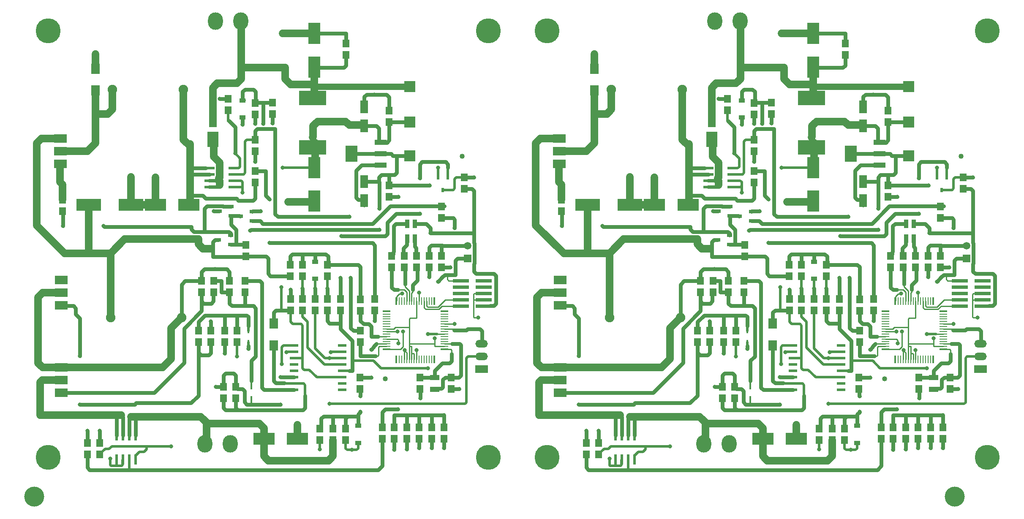
<source format=gtl>
G04*
G04 #@! TF.GenerationSoftware,Altium Limited,Altium Designer,23.3.1 (30)*
G04*
G04 Layer_Physical_Order=1*
G04 Layer_Color=255*
%FSLAX25Y25*%
%MOIN*%
G70*
G04*
G04 #@! TF.SameCoordinates,731DBA42-33AF-4731-BD85-8EC7A1DC1BC3*
G04*
G04*
G04 #@! TF.FilePolarity,Positive*
G04*
G01*
G75*
%ADD10R,0.13000X0.02900*%
%ADD11R,0.09252X0.16535*%
%ADD12R,0.16535X0.09252*%
%ADD13R,0.19291X0.09252*%
%ADD14R,0.05600X0.06000*%
%ADD15R,0.21260X0.11417*%
%ADD16R,0.06299X0.10236*%
%ADD17R,0.04724X0.03543*%
%ADD18R,0.03937X0.03150*%
%ADD19R,0.01102X0.06496*%
%ADD20R,0.01575X0.06496*%
%ADD21R,0.06496X0.01575*%
%ADD22R,0.06496X0.01102*%
%ADD23R,0.02362X0.08465*%
%ADD24R,0.08465X0.02362*%
%ADD25R,0.05984X0.05906*%
%ADD26R,0.08661X0.12205*%
%ADD27R,0.09449X0.12992*%
%ADD28R,0.09449X0.03937*%
%ADD29R,0.07480X0.04331*%
%ADD30R,0.06890X0.02362*%
%ADD31R,0.03543X0.07087*%
%ADD32R,0.07087X0.08268*%
%ADD33R,0.01772X0.03740*%
%ADD34R,0.02362X0.03740*%
%ADD35C,0.03000*%
%ADD36C,0.01000*%
%ADD37C,0.01100*%
%ADD38C,0.06000*%
%ADD39C,0.05000*%
%ADD40C,0.02000*%
%ADD41C,0.02500*%
%ADD42C,0.01200*%
%ADD43C,0.15748*%
%ADD44C,0.07500*%
%ADD45C,0.19685*%
%ADD46R,0.09055X0.09055*%
%ADD47R,0.09055X0.09055*%
%ADD48C,0.04000*%
%ADD49O,0.11811X0.13780*%
%ADD50R,0.09843X0.05906*%
%ADD51O,0.09843X0.05906*%
%ADD52C,0.05906*%
%ADD53R,0.05906X0.05906*%
%ADD54R,0.09843X0.07000*%
%ADD55C,0.03200*%
D10*
X749836Y155643D02*
D03*
X767836D02*
D03*
X749836Y150643D02*
D03*
X767836D02*
D03*
X749836Y145643D02*
D03*
X767836D02*
D03*
X749836Y140643D02*
D03*
X767836D02*
D03*
X749836Y135643D02*
D03*
X767836D02*
D03*
X356135Y155643D02*
D03*
X374135D02*
D03*
X356135Y150643D02*
D03*
X374135D02*
D03*
X356135Y145643D02*
D03*
X374135D02*
D03*
X356135Y140643D02*
D03*
X374135D02*
D03*
X356135Y135643D02*
D03*
X374135D02*
D03*
D11*
X634328Y324285D02*
D03*
Y350859D02*
D03*
Y245052D02*
D03*
Y218477D02*
D03*
X240627Y324285D02*
D03*
Y350859D02*
D03*
Y245052D02*
D03*
Y218477D02*
D03*
D12*
X508836Y215525D02*
D03*
X535411D02*
D03*
X594466Y30977D02*
D03*
X621041D02*
D03*
X115135Y215525D02*
D03*
X141710D02*
D03*
X200765Y30977D02*
D03*
X227340D02*
D03*
D13*
X489446Y215525D02*
D03*
X456375D02*
D03*
X95745D02*
D03*
X62674D02*
D03*
D14*
X601356Y296304D02*
D03*
Y287304D02*
D03*
X587576Y286812D02*
D03*
Y295812D02*
D03*
X693383Y280907D02*
D03*
Y289907D02*
D03*
Y221851D02*
D03*
Y230852D02*
D03*
X752438Y237249D02*
D03*
Y228249D02*
D03*
X734722Y205119D02*
D03*
Y214119D02*
D03*
X670253Y70277D02*
D03*
Y79277D02*
D03*
X670745Y131792D02*
D03*
Y140792D02*
D03*
X615135Y159351D02*
D03*
Y168351D02*
D03*
X644663Y168351D02*
D03*
Y159352D02*
D03*
X624978Y168351D02*
D03*
Y159351D02*
D03*
X566415Y290257D02*
D03*
Y299257D02*
D03*
X580194Y175100D02*
D03*
Y184099D02*
D03*
X455194Y27603D02*
D03*
Y18603D02*
D03*
X465037Y27603D02*
D03*
Y18603D02*
D03*
X587576Y257777D02*
D03*
Y266777D02*
D03*
X587576Y233170D02*
D03*
Y242170D02*
D03*
X670745Y116186D02*
D03*
Y107186D02*
D03*
X659426Y343056D02*
D03*
Y334056D02*
D03*
X638757Y29922D02*
D03*
Y38922D02*
D03*
X658934Y29922D02*
D03*
Y38922D02*
D03*
X649092D02*
D03*
Y29922D02*
D03*
X563462Y107186D02*
D03*
Y116186D02*
D03*
X573305Y107186D02*
D03*
Y116186D02*
D03*
X682064Y132284D02*
D03*
Y141285D02*
D03*
X717497Y70277D02*
D03*
Y79277D02*
D03*
X705194Y175241D02*
D03*
Y166241D02*
D03*
X695352D02*
D03*
Y175241D02*
D03*
X715037Y166241D02*
D03*
Y175241D02*
D03*
X724879D02*
D03*
Y166241D02*
D03*
X542793Y107186D02*
D03*
Y116186D02*
D03*
X736690Y30907D02*
D03*
Y39907D02*
D03*
X742104Y79277D02*
D03*
Y70277D02*
D03*
X734722Y175241D02*
D03*
Y166241D02*
D03*
X697320Y30907D02*
D03*
Y39907D02*
D03*
X717005Y30907D02*
D03*
Y39907D02*
D03*
X707163Y30907D02*
D03*
Y39907D02*
D03*
X726848D02*
D03*
Y30907D02*
D03*
X654997Y141285D02*
D03*
Y132284D02*
D03*
X615627D02*
D03*
Y141285D02*
D03*
X644663D02*
D03*
Y132284D02*
D03*
X624978Y141285D02*
D03*
Y132284D02*
D03*
X634820D02*
D03*
Y141285D02*
D03*
X687970Y39907D02*
D03*
Y30907D02*
D03*
X435509Y210533D02*
D03*
Y219533D02*
D03*
X579702Y146556D02*
D03*
Y155556D02*
D03*
X567399D02*
D03*
Y146556D02*
D03*
X552635Y116186D02*
D03*
Y107186D02*
D03*
X555096Y146556D02*
D03*
Y155556D02*
D03*
X572320Y71895D02*
D03*
Y62895D02*
D03*
X562478Y71895D02*
D03*
Y62895D02*
D03*
X545253Y155556D02*
D03*
Y146556D02*
D03*
X207655Y296304D02*
D03*
Y287304D02*
D03*
X193875Y286812D02*
D03*
Y295812D02*
D03*
X299682Y280907D02*
D03*
Y289907D02*
D03*
Y221851D02*
D03*
Y230852D02*
D03*
X358737Y237249D02*
D03*
Y228249D02*
D03*
X341021Y205119D02*
D03*
Y214119D02*
D03*
X276553Y70277D02*
D03*
Y79277D02*
D03*
X277045Y131792D02*
D03*
Y140792D02*
D03*
X221434Y159351D02*
D03*
Y168351D02*
D03*
X250962Y168351D02*
D03*
Y159352D02*
D03*
X231277Y168351D02*
D03*
Y159351D02*
D03*
X172714Y290257D02*
D03*
Y299257D02*
D03*
X186493Y175100D02*
D03*
Y184099D02*
D03*
X61493Y27603D02*
D03*
Y18603D02*
D03*
X71336Y27603D02*
D03*
Y18603D02*
D03*
X193875Y257777D02*
D03*
Y266777D02*
D03*
X193875Y233170D02*
D03*
Y242170D02*
D03*
X277045Y116186D02*
D03*
Y107186D02*
D03*
X265726Y343056D02*
D03*
Y334056D02*
D03*
X245056Y29922D02*
D03*
Y38922D02*
D03*
X265234Y29922D02*
D03*
Y38922D02*
D03*
X255391D02*
D03*
Y29922D02*
D03*
X169761Y107186D02*
D03*
Y116186D02*
D03*
X179604Y107186D02*
D03*
Y116186D02*
D03*
X288364Y132284D02*
D03*
Y141285D02*
D03*
X323797Y70277D02*
D03*
Y79277D02*
D03*
X311493Y175241D02*
D03*
Y166241D02*
D03*
X301651D02*
D03*
Y175241D02*
D03*
X321336Y166241D02*
D03*
Y175241D02*
D03*
X331178D02*
D03*
Y166241D02*
D03*
X149092Y107186D02*
D03*
Y116186D02*
D03*
X342989Y30907D02*
D03*
Y39907D02*
D03*
X348403Y79277D02*
D03*
Y70277D02*
D03*
X341021Y175241D02*
D03*
Y166241D02*
D03*
X303619Y30907D02*
D03*
Y39907D02*
D03*
X323304Y30907D02*
D03*
Y39907D02*
D03*
X313462Y30907D02*
D03*
Y39907D02*
D03*
X333147D02*
D03*
Y30907D02*
D03*
X261297Y141285D02*
D03*
Y132284D02*
D03*
X221926D02*
D03*
Y141285D02*
D03*
X250962D02*
D03*
Y132284D02*
D03*
X231277Y141285D02*
D03*
Y132284D02*
D03*
X241119D02*
D03*
Y141285D02*
D03*
X294269Y39907D02*
D03*
Y30907D02*
D03*
X41808Y210533D02*
D03*
Y219533D02*
D03*
X186001Y146556D02*
D03*
Y155556D02*
D03*
X173698D02*
D03*
Y146556D02*
D03*
X158934Y116186D02*
D03*
Y107186D02*
D03*
X161395Y146556D02*
D03*
Y155556D02*
D03*
X178619Y71895D02*
D03*
Y62895D02*
D03*
X168777Y71895D02*
D03*
Y62895D02*
D03*
X151552Y155556D02*
D03*
Y146556D02*
D03*
D15*
X632852Y260997D02*
D03*
Y299974D02*
D03*
X239151Y260997D02*
D03*
Y299974D02*
D03*
D16*
X673698Y277926D02*
D03*
Y292887D02*
D03*
Y233832D02*
D03*
Y218871D02*
D03*
X279997Y277926D02*
D03*
Y292887D02*
D03*
Y233832D02*
D03*
Y218871D02*
D03*
D17*
X634820Y157159D02*
D03*
Y170544D02*
D03*
X577734Y284619D02*
D03*
Y298005D02*
D03*
X668777Y27729D02*
D03*
Y41115D02*
D03*
X241119Y157159D02*
D03*
Y170544D02*
D03*
X184033Y284619D02*
D03*
Y298005D02*
D03*
X275076Y27729D02*
D03*
Y41115D02*
D03*
D18*
X558738Y187966D02*
D03*
X568186Y191706D02*
D03*
Y184225D02*
D03*
X568679Y206863D02*
D03*
Y214344D02*
D03*
X559230Y210603D02*
D03*
X575962Y206666D02*
D03*
X585411Y210407D02*
D03*
Y202926D02*
D03*
X165037Y187966D02*
D03*
X174486Y191706D02*
D03*
Y184225D02*
D03*
X174978Y206863D02*
D03*
Y214344D02*
D03*
X165529Y210603D02*
D03*
X182261Y206666D02*
D03*
X191710Y210407D02*
D03*
Y202926D02*
D03*
D19*
X711100Y139540D02*
D03*
X707163D02*
D03*
X701257D02*
D03*
X703226D02*
D03*
X705194D02*
D03*
X709131D02*
D03*
X713068D02*
D03*
X715037D02*
D03*
X717005D02*
D03*
X718974D02*
D03*
X720942D02*
D03*
X722911D02*
D03*
X724879D02*
D03*
X726848D02*
D03*
Y93674D02*
D03*
X724879D02*
D03*
X722911D02*
D03*
X720942D02*
D03*
X718974D02*
D03*
X717005D02*
D03*
X715037D02*
D03*
X713068D02*
D03*
X711100D02*
D03*
X709131D02*
D03*
X707163D02*
D03*
X705194D02*
D03*
X703226D02*
D03*
X701257D02*
D03*
X317399Y139540D02*
D03*
X313462D02*
D03*
X307556D02*
D03*
X309525D02*
D03*
X311493D02*
D03*
X315430D02*
D03*
X319368D02*
D03*
X321336D02*
D03*
X323305D02*
D03*
X325273D02*
D03*
X327241D02*
D03*
X329210D02*
D03*
X331178D02*
D03*
X333147D02*
D03*
Y93674D02*
D03*
X331178D02*
D03*
X329210D02*
D03*
X327241D02*
D03*
X325273D02*
D03*
X323305D02*
D03*
X321336D02*
D03*
X319368D02*
D03*
X317399D02*
D03*
X315430D02*
D03*
X313462D02*
D03*
X311493D02*
D03*
X309525D02*
D03*
X307556D02*
D03*
D20*
X699052Y139540D02*
D03*
X729052D02*
D03*
Y93674D02*
D03*
X699052D02*
D03*
X305352Y139540D02*
D03*
X335352D02*
D03*
Y93674D02*
D03*
X305352D02*
D03*
D21*
X736986Y131607D02*
D03*
Y101607D02*
D03*
X691119D02*
D03*
Y131607D02*
D03*
X343285D02*
D03*
Y101607D02*
D03*
X297419D02*
D03*
Y131607D02*
D03*
D22*
X736986Y129403D02*
D03*
Y127434D02*
D03*
Y125466D02*
D03*
Y123497D02*
D03*
Y121529D02*
D03*
Y119560D02*
D03*
Y117592D02*
D03*
Y115623D02*
D03*
Y113655D02*
D03*
Y111686D02*
D03*
Y109718D02*
D03*
Y107749D02*
D03*
Y105781D02*
D03*
Y103812D02*
D03*
X691119D02*
D03*
Y105781D02*
D03*
Y107749D02*
D03*
Y109718D02*
D03*
Y111686D02*
D03*
Y113655D02*
D03*
Y115623D02*
D03*
Y117592D02*
D03*
Y119560D02*
D03*
Y121529D02*
D03*
Y123497D02*
D03*
Y125466D02*
D03*
Y127434D02*
D03*
Y129403D02*
D03*
X343285D02*
D03*
Y127434D02*
D03*
Y125466D02*
D03*
Y123497D02*
D03*
Y121529D02*
D03*
Y119560D02*
D03*
Y117592D02*
D03*
Y115623D02*
D03*
Y113655D02*
D03*
Y111686D02*
D03*
Y109718D02*
D03*
Y107749D02*
D03*
Y105781D02*
D03*
Y103812D02*
D03*
X297419D02*
D03*
Y105781D02*
D03*
Y107749D02*
D03*
Y109718D02*
D03*
Y111686D02*
D03*
Y113655D02*
D03*
Y115623D02*
D03*
Y117592D02*
D03*
Y119560D02*
D03*
Y121529D02*
D03*
Y123497D02*
D03*
Y125466D02*
D03*
Y127434D02*
D03*
Y129403D02*
D03*
D23*
X493206Y14540D02*
D03*
Y33635D02*
D03*
X488206D02*
D03*
X483206D02*
D03*
X478206D02*
D03*
X488206Y14540D02*
D03*
X483206D02*
D03*
X478206D02*
D03*
X99505D02*
D03*
Y33635D02*
D03*
X94505D02*
D03*
X89505D02*
D03*
X84505D02*
D03*
X94505Y14540D02*
D03*
X89505D02*
D03*
X84505D02*
D03*
D24*
X551454Y244678D02*
D03*
Y239678D02*
D03*
Y234678D02*
D03*
Y229678D02*
D03*
X570549Y244678D02*
D03*
Y239678D02*
D03*
Y234678D02*
D03*
Y229678D02*
D03*
X157753Y244678D02*
D03*
Y239678D02*
D03*
Y234678D02*
D03*
Y229678D02*
D03*
X176848Y244678D02*
D03*
Y239678D02*
D03*
Y234678D02*
D03*
Y229678D02*
D03*
D25*
X554111Y280032D02*
D03*
X160411D02*
D03*
D26*
X554111Y267355D02*
D03*
X160411D02*
D03*
D27*
X663757Y255879D02*
D03*
X270056D02*
D03*
D28*
X686592Y264934D02*
D03*
Y255879D02*
D03*
Y246824D02*
D03*
X292891Y264934D02*
D03*
Y255879D02*
D03*
Y246824D02*
D03*
D29*
X729308Y69855D02*
D03*
Y79304D02*
D03*
X335608Y69855D02*
D03*
Y79304D02*
D03*
D30*
X618186Y104580D02*
D03*
Y99580D02*
D03*
Y94580D02*
D03*
Y89580D02*
D03*
Y84580D02*
D03*
Y79580D02*
D03*
Y74580D02*
D03*
Y69580D02*
D03*
X656375Y104580D02*
D03*
Y99580D02*
D03*
Y94580D02*
D03*
Y89580D02*
D03*
Y84580D02*
D03*
Y79580D02*
D03*
Y74580D02*
D03*
Y69580D02*
D03*
X224486Y104580D02*
D03*
Y99580D02*
D03*
Y94580D02*
D03*
Y89580D02*
D03*
Y84580D02*
D03*
Y79580D02*
D03*
Y74580D02*
D03*
Y69580D02*
D03*
X262674Y104580D02*
D03*
Y99580D02*
D03*
Y94580D02*
D03*
Y89580D02*
D03*
Y84580D02*
D03*
Y79580D02*
D03*
Y74580D02*
D03*
Y69580D02*
D03*
D31*
X713560Y200761D02*
D03*
X707655D02*
D03*
X713560Y188950D02*
D03*
X707655D02*
D03*
X319860Y200761D02*
D03*
X313954D02*
D03*
X319860Y188950D02*
D03*
X313954D02*
D03*
D32*
X602340Y104501D02*
D03*
Y121824D02*
D03*
X461592Y323103D02*
D03*
Y305781D02*
D03*
X208639Y104501D02*
D03*
Y121824D02*
D03*
X67891Y323103D02*
D03*
Y305781D02*
D03*
D33*
X582163Y107355D02*
D03*
Y116017D02*
D03*
X584623Y63064D02*
D03*
Y71725D02*
D03*
X188462Y107355D02*
D03*
Y116017D02*
D03*
X190923Y63064D02*
D03*
Y71725D02*
D03*
D34*
X739446Y237375D02*
D03*
X731966D02*
D03*
X735706Y227336D02*
D03*
X345745Y237375D02*
D03*
X338265D02*
D03*
X342005Y227336D02*
D03*
D35*
X717497Y236686D02*
Y247724D01*
X719255Y249481D01*
X737886D02*
X719255D01*
X739643Y245052D02*
Y247724D01*
X737886Y249481D01*
X739151Y160407D02*
X737104D01*
X745549D02*
X739151D01*
X679111Y101406D02*
X681271Y103565D01*
Y104026D02*
X683283Y106038D01*
X679111Y101351D02*
Y101406D01*
X681271Y103565D02*
Y104026D01*
X775779Y161337D02*
X762070D01*
X777537Y137558D02*
Y159580D01*
X775779Y161337D01*
Y135800D02*
X777537Y137558D01*
X775779Y135800D02*
X773014D01*
X554111Y174607D02*
Y186283D01*
X565149Y164836D02*
X547503D01*
X693383Y300593D02*
X691307Y302669D01*
X681610D01*
X693383Y289907D02*
Y300593D01*
X681572Y302631D02*
X675456D01*
X681572D02*
X681610Y302669D01*
X673698Y292887D02*
Y300874D01*
X675456Y302631D01*
X725825Y197433D02*
X722497Y200761D01*
X713560D01*
X725864Y193379D02*
X725825Y193417D01*
X760312Y193379D02*
X725864D01*
X725825Y193417D02*
Y197433D01*
X725864Y193379D02*
X725864Y193379D01*
X743885Y205119D02*
X734722D01*
X745056Y203948D02*
X743885Y205119D01*
X717497Y208635D02*
X698797D01*
X745056Y197316D02*
Y203948D01*
X691907Y201745D02*
X698797Y208635D01*
X659426Y350859D02*
X634328D01*
X659426Y343056D02*
Y350859D01*
X634820Y323792D02*
X634328Y324285D01*
X657669Y323792D02*
X659426Y325550D01*
Y334056D01*
X657669Y323792D02*
X634820D01*
X601356Y287304D02*
X601356Y287304D01*
X601356Y279993D02*
Y287304D01*
X603324Y208424D02*
Y275564D01*
X578324Y298005D02*
X578596Y298277D01*
X593974Y279555D02*
Y296304D01*
X578324Y298005D02*
X577734D01*
X587576Y266777D02*
Y273807D01*
X589333Y275564D01*
X603324D02*
X589333D01*
X598895Y219954D02*
X595905Y222944D01*
Y242099D01*
X547714Y194396D02*
Y212746D01*
X562126Y214503D02*
X549471D01*
X547714Y212746D02*
X549471Y214503D01*
X536887Y222907D02*
X536395Y223399D01*
X546238Y222907D02*
X536887D01*
X548698Y220446D02*
X546238Y222907D01*
X562211Y214418D02*
X562126Y214503D01*
X568679Y214344D02*
X568604Y214418D01*
X562211D01*
X572812Y220446D02*
X548698D01*
X574289Y218970D02*
X572812Y220446D01*
X585819Y218970D02*
X574289D01*
X587576Y220727D02*
Y233170D01*
X585819Y218970D02*
X587576Y220727D01*
X551454Y239678D02*
X538403D01*
X536395Y237670D02*
X538403Y239678D01*
X548722Y244560D02*
X536395D01*
X559230Y210603D02*
X555096D01*
X567022Y194396D02*
X547714D01*
X539137D01*
X591829Y210481D02*
X585486D01*
X591829D02*
X591951Y210603D01*
X585411Y210407D02*
X585486Y210481D01*
X592005Y210603D02*
X591951D01*
X580194Y174607D02*
X554111D01*
X558663Y188040D02*
X555869D01*
X554111Y186283D02*
X555869Y188040D01*
X558738Y187966D02*
X558663Y188040D01*
X539137Y194396D02*
X537379Y196154D01*
Y198300D01*
X568106Y191781D02*
Y193313D01*
X567022Y194396D01*
X568181Y191706D02*
X568106Y191781D01*
X568186Y191706D02*
X568181D01*
X572455Y184521D02*
Y196095D01*
X580131Y184162D02*
X568249D01*
X580194Y184099D02*
X580131Y184162D01*
X568249D02*
X568186Y184225D01*
X572455Y196095D02*
X568679Y199872D01*
Y206863D01*
X575568Y206666D02*
X575371Y206863D01*
X575962Y206666D02*
X575568D01*
X575371Y206863D02*
X568679D01*
X591597Y202926D02*
X585411D01*
X593763Y200761D02*
X591597Y202926D01*
X680416Y200761D02*
X593763D01*
X737076Y214540D02*
X694196D01*
X694860Y255879D02*
X662281D01*
X699289Y254403D02*
X696336D01*
X694860Y255879D01*
X708147Y254403D02*
X699289D01*
X697531Y239147D02*
X699289Y240904D01*
X697531Y239147D02*
X693383D01*
X699289Y240904D02*
Y254403D01*
X661887Y206174D02*
X605574D01*
X603324Y208424D01*
X680416Y200761D02*
X694196Y214540D01*
X685509Y195840D02*
X584222D01*
X583730Y195347D02*
X584222Y195840D01*
X571828Y277095D02*
X566961Y281962D01*
X571828Y256371D02*
Y277095D01*
X586311Y306568D02*
X579491D01*
X588068Y296304D02*
Y304811D01*
X586311Y306568D01*
X577734Y298005D02*
Y304811D01*
X579491Y306568D01*
X593974Y296304D02*
X588068D01*
X587576Y279501D02*
Y286812D01*
X595780Y242170D02*
X587576D01*
X577734Y279009D02*
X577734Y279009D01*
Y284619D01*
X566415Y299257D02*
X559650D01*
X559579Y299186D02*
X559650Y299257D01*
X559579Y299186D02*
X559525D01*
X601356Y296304D02*
X593974D01*
X593974Y296304D02*
X593974Y296304D01*
X583730Y195347D02*
X583676D01*
X587576Y249481D02*
Y257777D01*
X693383Y239147D02*
X687168D01*
X685411Y237389D02*
X687168Y239147D01*
X685411Y233832D02*
Y237389D01*
X685509Y212572D02*
Y233733D01*
X700694Y221851D02*
X693383D01*
X693383Y280907D02*
X693383Y280907D01*
X693383Y266495D02*
Y280907D01*
X691626Y264737D02*
X685312D01*
X691626D02*
X693383Y266495D01*
X693383Y289907D02*
X693383Y289907D01*
X707726Y280907D02*
X693383D01*
X708147Y254403D02*
Y256863D01*
X693383Y230852D02*
X693383Y230852D01*
X685312Y264737D02*
X685115Y264934D01*
X683147Y277926D02*
X673698D01*
X685115Y264934D02*
Y275958D01*
X683147Y277926D01*
X685115Y246824D02*
X684919Y247021D01*
X671730D01*
X667301Y242592D02*
X671730Y247021D01*
X693383Y230852D02*
Y239147D01*
X685411Y233832D02*
X673698D01*
X667301Y221219D02*
Y242592D01*
X673108Y219462D02*
X669058D01*
X667301Y221219D01*
X673698Y215353D02*
Y218871D01*
X673108Y219462D01*
X760312Y185630D02*
Y193379D01*
Y226563D01*
X691907Y192676D02*
Y201745D01*
X690149Y190918D02*
X655489D01*
X690149D02*
X691907Y192676D01*
X707655Y201033D02*
Y201253D01*
X707383Y200761D02*
X698757D01*
X707383D02*
X707655Y201033D01*
X696828Y178499D02*
Y198832D01*
X698757Y200761D01*
X682064Y183748D02*
X680307Y185505D01*
X682064Y141285D02*
Y183748D01*
X680307Y185505D02*
X598895D01*
X624978Y176647D02*
X616892D01*
X634820D02*
X624978D01*
Y168351D02*
Y176647D01*
X643398D02*
X634820D01*
Y170544D02*
Y176647D01*
X645155Y168844D02*
Y174889D01*
X644663Y168351D02*
X645155Y168844D01*
Y174889D02*
X643398Y176647D01*
X615135Y168351D02*
Y174889D01*
X616892Y176647D01*
X668988Y168351D02*
X644663D01*
X670745Y140792D02*
Y166594D01*
X668988Y168351D01*
X662871Y118436D02*
Y157946D01*
X665121Y116186D02*
X662871Y118436D01*
X596153Y175100D02*
X580194D01*
X597911Y161180D02*
Y173342D01*
X596153Y175100D01*
X615064Y159422D02*
X599668D01*
X597911Y161180D01*
X615135Y159351D02*
X615064Y159422D01*
X624978Y141285D02*
Y149580D01*
X634820Y141285D02*
X634820Y141285D01*
Y149580D01*
X644663Y141285D02*
X644663Y141285D01*
Y149580D01*
X679111Y79206D02*
X670324D01*
X670745Y64442D02*
X670707Y64480D01*
Y69402D01*
X670489Y69620D01*
X713560Y182552D02*
Y188950D01*
X714545Y181568D02*
X713560Y182552D01*
X714545Y175733D02*
Y181568D01*
X715037Y175241D02*
X714545Y175733D01*
X707383Y183968D02*
Y188678D01*
X704702Y181287D02*
X707383Y183968D01*
Y188678D02*
X707655Y188950D01*
X704702Y175733D02*
Y181287D01*
X705194Y175241D02*
X704702Y175733D01*
X654997Y141285D02*
Y157946D01*
X615627Y132284D02*
X608245D01*
X604097D01*
X696652Y176541D02*
Y178322D01*
X696828Y178499D01*
X695352Y175241D02*
X696652Y176541D01*
X684525Y111686D02*
X679111D01*
Y119560D01*
X552635Y116186D02*
Y123497D01*
X618186Y69580D02*
X594747D01*
X592989Y71337D01*
Y153799D02*
X591232Y155556D01*
X592989Y71337D02*
Y153799D01*
X591232Y155556D02*
X579702D01*
X582163Y101844D02*
X582163Y101844D01*
Y104304D01*
X582163Y127247D02*
X580991Y128418D01*
X572039D01*
X582163Y120052D02*
Y127247D01*
X582163Y120052D02*
X582163Y120052D01*
X567399Y162586D02*
X565149Y164836D01*
X545253Y162586D02*
X547503Y164836D01*
X545253Y155556D02*
Y162586D01*
X567399Y155556D02*
Y162586D01*
X562442Y71859D02*
X556608D01*
X556572Y71824D02*
X556608Y71859D01*
X573305Y116186D02*
Y127153D01*
X572039Y128418D01*
X588068Y95938D02*
Y134043D01*
X555167Y155485D02*
X555096Y155556D01*
X579210Y146064D02*
X578647Y146627D01*
X588068Y134043D02*
X586311Y135800D01*
X584623Y92493D02*
X588068Y95938D01*
X563462Y98399D02*
Y107186D01*
Y116186D02*
Y128418D01*
X560017D01*
X572039D02*
X563462D01*
X560017Y128418D02*
X548087D01*
X560017Y128418D02*
X560017Y128418D01*
X579210Y59802D02*
Y68637D01*
X580967Y58044D02*
X579210Y59802D01*
X607753Y58044D02*
X580967D01*
X607926Y79580D02*
X607807Y79698D01*
X607753D01*
X618186Y79580D02*
X607926D01*
X567399Y146627D02*
X561001D01*
Y155556D01*
X567399Y146556D02*
Y146627D01*
X561001Y155556D02*
X555096D01*
X542793Y116186D02*
Y123124D01*
X548087Y128418D01*
X562442Y71859D02*
X562478Y71895D01*
X670745Y52085D02*
Y52139D01*
X668777Y50116D02*
X670745Y52085D01*
X668777Y48694D02*
Y50116D01*
Y41115D02*
Y48694D01*
X700273Y54107D02*
X690256D01*
X686870Y39907D02*
X686670Y40107D01*
X687970Y39907D02*
X686870D01*
X687970Y51821D02*
X690256Y54107D01*
X664348Y84580D02*
Y92493D01*
Y84580D02*
X661887D01*
X752509Y237178D02*
X752545Y237214D01*
X760277D02*
X752545D01*
X760312Y237178D02*
X760277Y237214D01*
X455194Y8128D02*
Y18603D01*
X488206Y6371D02*
X456952D01*
X455194Y8128D01*
X684736Y6371D02*
X488206D01*
X455194Y27603D02*
Y37375D01*
X465037Y27603D02*
Y37375D01*
X684736Y6371D02*
X687970Y9605D01*
X537379Y198300D02*
X468482D01*
X483206Y48241D02*
X481769Y49678D01*
X478206Y33635D02*
Y49560D01*
X478324Y49678D01*
X493206Y48084D02*
X493088Y48202D01*
X483206Y33635D02*
Y48241D01*
X493206Y33635D02*
Y48084D01*
X488206Y46765D02*
X489643Y48202D01*
X488206Y33635D02*
Y46765D01*
X725371Y230781D02*
X725301Y230852D01*
X693383D01*
X436001Y198792D02*
X435963Y198831D01*
Y210079D02*
X435509Y210533D01*
X435963Y198831D02*
Y210079D01*
X468482Y198300D02*
X467989Y198792D01*
X758555Y228320D02*
X751651D01*
X760312Y226563D02*
X758555Y228320D01*
X615627Y141285D02*
Y148596D01*
X731769Y154993D02*
Y155047D01*
X735346Y158649D02*
X737104Y160407D01*
X731769Y155047D02*
X735346Y158625D01*
Y158649D01*
X700273Y148596D02*
X697109D01*
X695352Y150353D01*
Y166241D01*
X724879Y158438D02*
Y166241D01*
X664348Y92493D02*
Y108241D01*
X682556Y96430D02*
X670745D01*
Y107186D01*
X664348Y108241D02*
X654997Y117592D01*
Y122021D02*
Y132284D01*
Y117592D02*
Y122021D01*
X646420D02*
X644663Y123778D01*
Y132284D01*
X654997Y122021D02*
X646420D01*
X687970Y39907D02*
Y51821D01*
X634328Y217985D02*
Y218477D01*
X687970Y9605D02*
Y30907D01*
X660692Y48694D02*
X649092D01*
X641499D01*
X649092Y38922D02*
Y48694D01*
X668777D02*
X660692D01*
X639742Y39907D02*
Y46937D01*
X641499Y48694D01*
X638757Y38922D02*
X639742Y39907D01*
X658934Y46937D02*
X660692Y48694D01*
X658934Y38922D02*
Y46937D01*
X572320Y71695D02*
Y80893D01*
X579210Y68637D02*
X577453Y70395D01*
X573620D01*
X574078Y53615D02*
X564235D01*
X562478Y55373D02*
Y62895D01*
X564235Y53615D02*
X562478Y55373D01*
X625189Y53615D02*
X574078D01*
X572320Y55373D01*
X626946D02*
Y64934D01*
X625189Y53615D02*
X626946Y55373D01*
X602340Y130527D02*
X604097Y132284D01*
X602340Y121824D02*
Y130527D01*
Y76534D02*
Y104501D01*
X610706Y74777D02*
X604097D01*
X602340Y76534D01*
X682064Y123989D02*
Y132284D01*
X679111Y119560D02*
X677186Y121486D01*
X673248D01*
X670745Y123989D02*
Y131792D01*
X673248Y121486D02*
X670745Y123989D01*
X745549Y171458D02*
X747292Y173202D01*
X755312D02*
X747292D01*
X755391Y173123D02*
X755312Y173202D01*
X745549Y160407D02*
Y171458D01*
X754285Y116644D02*
X744564D01*
X764953Y117592D02*
X755232D01*
X754285Y116644D02*
X755232Y117592D01*
X762070Y161337D02*
X760312Y163094D01*
Y168886D02*
X760644Y169218D01*
Y185299D01*
X760312Y185630D01*
Y163094D02*
Y168886D01*
X741611Y166312D02*
X741557D01*
X741487Y166241D02*
X734722D01*
X741487D02*
X741557Y166312D01*
X586311Y135800D02*
X579702D01*
X584623Y76745D02*
Y92493D01*
X748993Y105781D02*
X743088D01*
X749978Y80963D02*
Y104796D01*
X748993Y105781D01*
X766710Y105938D02*
Y115834D01*
X764953Y117592D01*
X755312Y183123D02*
X734800D01*
X736690Y49678D02*
X707163D01*
X670745Y116186D02*
X665121D01*
X748430Y70277D02*
X748501Y70347D01*
X748430Y70277D02*
X742104D01*
X717951Y69746D02*
X717989Y69784D01*
Y62966D02*
X717951Y63004D01*
Y69746D01*
X717989Y69784D02*
X717497Y70277D01*
X736690Y23596D02*
X736690Y23596D01*
Y30907D01*
X726848Y23596D02*
X726848Y23596D01*
Y30907D01*
X717005Y23596D02*
X717005Y23596D01*
Y30907D01*
X707163Y30907D02*
X707163Y30907D01*
X707163Y22611D02*
Y30907D01*
X707163Y22611D02*
X707163Y22611D01*
X707163Y30907D02*
X707163Y30907D01*
X697320Y22119D02*
Y30907D01*
X735214Y183537D02*
X726637D01*
X734722Y175241D02*
Y183044D01*
X724879Y175241D02*
Y181779D01*
X734722Y183044D02*
X735214Y183537D01*
X724879Y181779D02*
X726637Y183537D01*
X531474Y118044D02*
X545253Y131824D01*
X531474Y91017D02*
Y118044D01*
X545253Y131824D02*
Y139526D01*
X736690Y39907D02*
Y49678D01*
X707163D02*
X697320D01*
Y39907D02*
Y49678D01*
X717005Y39907D02*
Y49186D01*
X705780Y153025D02*
Y165655D01*
X711931Y148443D02*
Y152380D01*
X715529Y155977D01*
X695352Y166241D02*
X695352Y166241D01*
X705780Y165655D02*
X705194Y166241D01*
X715529Y155977D02*
Y165749D01*
X715037Y166241D01*
X536983Y59125D02*
X542793Y64934D01*
X536983Y59125D02*
X493703D01*
X492623Y58044D02*
X493703Y59125D01*
X542793Y64934D02*
Y98680D01*
X492623Y58044D02*
X449289D01*
X542793Y98680D02*
Y107186D01*
X707163Y39907D02*
X707163Y39907D01*
Y49678D01*
X717005Y39907D02*
X717005Y39907D01*
X726848Y39907D02*
Y49186D01*
X734614Y70521D02*
X729974D01*
X734614D02*
X735706Y71613D01*
Y77448D01*
X729308Y69855D02*
X729974Y70521D01*
X742033Y79206D02*
X737463D01*
X735706Y77448D02*
X737463Y79206D01*
X742033D02*
X742104Y79277D01*
X743333D02*
X742104D01*
X743404Y79206D02*
X743333Y79277D01*
X748220Y79206D02*
X743404D01*
X748220D02*
X749978Y80963D01*
X742596Y92282D02*
Y97907D01*
X740838Y90525D02*
X735214D01*
X740838D02*
X742596Y92282D01*
X729308Y84619D02*
X735214Y90525D01*
X729295Y79290D02*
X717511D01*
X717497Y79277D02*
X717511Y79290D01*
X729295D02*
X729308Y79304D01*
Y84619D01*
X579702Y135800D02*
X569156D01*
X579702D02*
Y146556D01*
X567399Y137558D02*
Y146556D01*
X569156Y135800D02*
X567399Y137558D01*
X573620Y70395D02*
X572320Y71695D01*
Y80893D02*
X570563Y82651D01*
X564235D01*
X562478Y71895D02*
Y80893D01*
X564235Y82651D01*
X572320Y55373D02*
Y62895D01*
X449289Y96430D02*
Y125997D01*
X445981Y129305D01*
X444223Y135800D02*
X434860D01*
X445981Y134043D02*
X444223Y135800D01*
X445981Y129305D02*
Y134043D01*
X434860Y135800D02*
X434525Y136135D01*
X552635Y98680D02*
Y107186D01*
X550878Y96922D02*
X545042D01*
X550878D02*
X552635Y98680D01*
X545042Y96922D02*
X543285Y98680D01*
X529454Y126450D02*
Y152763D01*
X507813Y67356D02*
X434644D01*
X507813D02*
X531474Y91017D01*
X529454Y152763D02*
X532247Y155556D01*
X434525Y67237D02*
X434644Y67356D01*
X545253Y139526D02*
Y146556D01*
X552846Y137769D02*
X547011D01*
X545253Y139526D01*
X552846Y137769D02*
X554604Y139526D01*
Y146064D01*
X555096Y146556D01*
X545253Y155556D02*
X532247D01*
X323797Y236686D02*
Y247724D01*
X325554Y249481D01*
X344185D02*
X325554D01*
X345942Y245052D02*
Y247724D01*
X344185Y249481D01*
X345450Y160407D02*
X343403D01*
X351848D02*
X345450D01*
X285411Y101406D02*
X287570Y103565D01*
Y104026D02*
X289582Y106038D01*
X285411Y101351D02*
Y101406D01*
X287570Y103565D02*
Y104026D01*
X382079Y161337D02*
X368369D01*
X383836Y137558D02*
Y159580D01*
X382079Y161337D01*
Y135800D02*
X383836Y137558D01*
X382079Y135800D02*
X379313D01*
X160411Y174607D02*
Y186283D01*
X171449Y164836D02*
X153802D01*
X299682Y300593D02*
X297606Y302669D01*
X287910D01*
X299682Y289907D02*
Y300593D01*
X287871Y302631D02*
X281755D01*
X287871D02*
X287910Y302669D01*
X279997Y292887D02*
Y300874D01*
X281755Y302631D01*
X332124Y197433D02*
X328797Y200761D01*
X319860D01*
X332163Y193379D02*
X332124Y193417D01*
X366612Y193379D02*
X332163D01*
X332124Y193417D02*
Y197433D01*
X332163Y193379D02*
X332163Y193379D01*
X350184Y205119D02*
X341021D01*
X351356Y203948D02*
X350184Y205119D01*
X323797Y208635D02*
X305096D01*
X351356Y197316D02*
Y203948D01*
X298206Y201745D02*
X305096Y208635D01*
X265726Y350859D02*
X240627D01*
X265726Y343056D02*
Y350859D01*
X241119Y323792D02*
X240627Y324285D01*
X263968Y323792D02*
X265726Y325550D01*
Y334056D01*
X263968Y323792D02*
X241119D01*
X207655Y287304D02*
X207655Y287304D01*
X207655Y279993D02*
Y287304D01*
X209623Y208424D02*
Y275564D01*
X184623Y298005D02*
X184895Y298277D01*
X200273Y279555D02*
Y296304D01*
X184623Y298005D02*
X184033D01*
X193875Y266777D02*
Y273807D01*
X195633Y275564D01*
X209623D02*
X195633D01*
X205194Y219954D02*
X202204Y222944D01*
Y242099D01*
X154013Y194396D02*
Y212746D01*
X168425Y214503D02*
X155771D01*
X154013Y212746D02*
X155771Y214503D01*
X143186Y222907D02*
X142694Y223399D01*
X152537Y222907D02*
X143186D01*
X154997Y220446D02*
X152537Y222907D01*
X168510Y214418D02*
X168425Y214503D01*
X174978Y214344D02*
X174903Y214418D01*
X168510D01*
X179112Y220446D02*
X154997D01*
X180588Y218970D02*
X179112Y220446D01*
X192118Y218970D02*
X180588D01*
X193875Y220727D02*
Y233170D01*
X192118Y218970D02*
X193875Y220727D01*
X157753Y239678D02*
X144702D01*
X142694Y237670D02*
X144702Y239678D01*
X155021Y244560D02*
X142694D01*
X165529Y210603D02*
X161395D01*
X173322Y194396D02*
X154013D01*
X145436D01*
X198128Y210481D02*
X191785D01*
X198128D02*
X198250Y210603D01*
X191710Y210407D02*
X191785Y210481D01*
X198304Y210603D02*
X198250D01*
X186493Y174607D02*
X160411D01*
X164962Y188040D02*
X162168D01*
X160411Y186283D02*
X162168Y188040D01*
X165037Y187966D02*
X164962Y188040D01*
X145436Y194396D02*
X143678Y196154D01*
Y198300D01*
X174405Y191781D02*
Y193313D01*
X173322Y194396D01*
X174480Y191706D02*
X174405Y191781D01*
X174486Y191706D02*
X174480D01*
X178754Y184521D02*
Y196095D01*
X186430Y184162D02*
X174549D01*
X186493Y184099D02*
X186430Y184162D01*
X174549D02*
X174486Y184225D01*
X178754Y196095D02*
X174978Y199872D01*
Y206863D01*
X181868Y206666D02*
X181671Y206863D01*
X182261Y206666D02*
X181868D01*
X181671Y206863D02*
X174978D01*
X197897Y202926D02*
X191710D01*
X200062Y200761D02*
X197897Y202926D01*
X286715Y200761D02*
X200062D01*
X343375Y214540D02*
X300495D01*
X301159Y255879D02*
X268580D01*
X305588Y254403D02*
X302635D01*
X301159Y255879D01*
X314446Y254403D02*
X305588D01*
X303831Y239147D02*
X305588Y240904D01*
X303831Y239147D02*
X299682D01*
X305588Y240904D02*
Y254403D01*
X268186Y206174D02*
X211873D01*
X209623Y208424D01*
X286715Y200761D02*
X300495Y214540D01*
X291808Y195840D02*
X190521D01*
X190029Y195347D02*
X190521Y195840D01*
X178127Y277095D02*
X173260Y281962D01*
X178127Y256371D02*
Y277095D01*
X192610Y306568D02*
X185790D01*
X194368Y296304D02*
Y304811D01*
X192610Y306568D01*
X184033Y298005D02*
Y304811D01*
X185790Y306568D01*
X200273Y296304D02*
X194368D01*
X193875Y279501D02*
Y286812D01*
X202080Y242170D02*
X193875D01*
X184033Y279009D02*
X184033Y279009D01*
Y284619D01*
X172714Y299257D02*
X165949D01*
X165878Y299186D02*
X165949Y299257D01*
X165878Y299186D02*
X165824D01*
X207655Y296304D02*
X200273D01*
X200273Y296304D02*
X200273Y296304D01*
X190029Y195347D02*
X189975D01*
X193875Y249481D02*
Y257777D01*
X299682Y239147D02*
X293467D01*
X291710Y237389D02*
X293467Y239147D01*
X291710Y233832D02*
Y237389D01*
X291808Y212572D02*
Y233733D01*
X306993Y221851D02*
X299682D01*
X299682Y280907D02*
X299682Y280907D01*
X299682Y266495D02*
Y280907D01*
X297925Y264737D02*
X291612D01*
X297925D02*
X299682Y266495D01*
X299682Y289907D02*
X299682Y289907D01*
X314025Y280907D02*
X299682D01*
X314446Y254403D02*
Y256863D01*
X299682Y230852D02*
X299682Y230852D01*
X291612Y264737D02*
X291415Y264934D01*
X289446Y277926D02*
X279997D01*
X291415Y264934D02*
Y275958D01*
X289446Y277926D01*
X291415Y246824D02*
X291218Y247021D01*
X278029D01*
X273600Y242592D02*
X278029Y247021D01*
X299682Y230852D02*
Y239147D01*
X291710Y233832D02*
X279997D01*
X273600Y221219D02*
Y242592D01*
X279407Y219462D02*
X275357D01*
X273600Y221219D01*
X279997Y215353D02*
Y218871D01*
X279407Y219462D01*
X366612Y185630D02*
Y193379D01*
Y226563D01*
X298206Y192676D02*
Y201745D01*
X296449Y190918D02*
X261789D01*
X296449D02*
X298206Y192676D01*
X313954Y201033D02*
Y201253D01*
X313682Y200761D02*
X305056D01*
X313682D02*
X313954Y201033D01*
X303127Y178499D02*
Y198832D01*
X305056Y200761D01*
X288364Y183748D02*
X286606Y185505D01*
X288364Y141285D02*
Y183748D01*
X286606Y185505D02*
X205194D01*
X231277Y176647D02*
X223192D01*
X241119D02*
X231277D01*
Y168351D02*
Y176647D01*
X249697D02*
X241119D01*
Y170544D02*
Y176647D01*
X251454Y168844D02*
Y174889D01*
X250962Y168351D02*
X251454Y168844D01*
Y174889D02*
X249697Y176647D01*
X221434Y168351D02*
Y174889D01*
X223192Y176647D01*
X275287Y168351D02*
X250962D01*
X277045Y140792D02*
Y166594D01*
X275287Y168351D01*
X269171Y118436D02*
Y157946D01*
X271420Y116186D02*
X269171Y118436D01*
X202453Y175100D02*
X186493D01*
X204210Y161180D02*
Y173342D01*
X202453Y175100D01*
X221363Y159422D02*
X205967D01*
X204210Y161180D01*
X221434Y159351D02*
X221363Y159422D01*
X231277Y141285D02*
Y149580D01*
X241119Y141285D02*
X241119Y141285D01*
Y149580D01*
X250962Y141285D02*
X250962Y141285D01*
Y149580D01*
X285411Y79206D02*
X276623D01*
X277045Y64442D02*
X277006Y64480D01*
Y69402D01*
X276788Y69620D01*
X319860Y182552D02*
Y188950D01*
X320844Y181568D02*
X319860Y182552D01*
X320844Y175733D02*
Y181568D01*
X321336Y175241D02*
X320844Y175733D01*
X313682Y183968D02*
Y188678D01*
X311001Y181287D02*
X313682Y183968D01*
Y188678D02*
X313954Y188950D01*
X311001Y175733D02*
Y181287D01*
X311493Y175241D02*
X311001Y175733D01*
X261297Y141285D02*
Y157946D01*
X221926Y132284D02*
X214545D01*
X210397D01*
X302951Y176541D02*
Y178322D01*
X303127Y178499D01*
X301651Y175241D02*
X302951Y176541D01*
X290824Y111686D02*
X285411D01*
Y119560D01*
X158934Y116186D02*
Y123497D01*
X224486Y69580D02*
X201046D01*
X199289Y71337D01*
Y153799D02*
X197531Y155556D01*
X199289Y71337D02*
Y153799D01*
X197531Y155556D02*
X186001D01*
X188462Y101844D02*
X188462Y101844D01*
Y104304D01*
X188462Y127247D02*
X187290Y128418D01*
X178338D01*
X188462Y120052D02*
Y127247D01*
X188462Y120052D02*
X188462Y120052D01*
X173698Y162586D02*
X171449Y164836D01*
X151552Y162586D02*
X153802Y164836D01*
X151552Y155556D02*
Y162586D01*
X173698Y155556D02*
Y162586D01*
X168742Y71859D02*
X162907D01*
X162871Y71824D02*
X162907Y71859D01*
X179604Y116186D02*
Y127153D01*
X178338Y128418D01*
X194368Y95938D02*
Y134043D01*
X161466Y155485D02*
X161395Y155556D01*
X185509Y146064D02*
X184946Y146627D01*
X194368Y134043D02*
X192610Y135800D01*
X190923Y92493D02*
X194368Y95938D01*
X169761Y98399D02*
Y107186D01*
Y116186D02*
Y128418D01*
X166316D01*
X178338D02*
X169761D01*
X166316Y128418D02*
X154386D01*
X166316Y128418D02*
X166316Y128418D01*
X185509Y59802D02*
Y68637D01*
X187267Y58044D02*
X185509Y59802D01*
X214053Y58044D02*
X187267D01*
X214225Y79580D02*
X214107Y79698D01*
X214053D01*
X224486Y79580D02*
X214225D01*
X173698Y146627D02*
X167300D01*
Y155556D01*
X173698Y146556D02*
Y146627D01*
X167300Y155556D02*
X161395D01*
X149092Y116186D02*
Y123124D01*
X154386Y128418D01*
X168742Y71859D02*
X168777Y71895D01*
X277045Y52085D02*
Y52139D01*
X275076Y50116D02*
X277045Y52085D01*
X275076Y48694D02*
Y50116D01*
Y41115D02*
Y48694D01*
X306572Y54107D02*
X296555D01*
X293169Y39907D02*
X292969Y40107D01*
X294269Y39907D02*
X293169D01*
X294269Y51821D02*
X296555Y54107D01*
X270647Y84580D02*
Y92493D01*
Y84580D02*
X268186D01*
X358808Y237178D02*
X358844Y237214D01*
X366576D02*
X358844D01*
X366612Y237178D02*
X366576Y237214D01*
X61493Y8128D02*
Y18603D01*
X94505Y6371D02*
X63251D01*
X61493Y8128D01*
X291035Y6371D02*
X94505D01*
X61493Y27603D02*
Y37375D01*
X71336Y27603D02*
Y37375D01*
X291035Y6371D02*
X294269Y9605D01*
X143678Y198300D02*
X74781D01*
X89505Y48241D02*
X88068Y49678D01*
X84505Y33635D02*
Y49560D01*
X84623Y49678D01*
X99505Y48084D02*
X99387Y48202D01*
X89505Y33635D02*
Y48241D01*
X99505Y33635D02*
Y48084D01*
X94505Y46765D02*
X95942Y48202D01*
X94505Y33635D02*
Y46765D01*
X331671Y230781D02*
X331600Y230852D01*
X299682D01*
X42301Y198792D02*
X42262Y198831D01*
Y210079D02*
X41808Y210533D01*
X42262Y198831D02*
Y210079D01*
X74781Y198300D02*
X74289Y198792D01*
X364854Y228320D02*
X357951D01*
X366612Y226563D02*
X364854Y228320D01*
X221926Y141285D02*
Y148596D01*
X338068Y154993D02*
Y155047D01*
X341646Y158649D02*
X343403Y160407D01*
X338068Y155047D02*
X341646Y158625D01*
Y158649D01*
X306572Y148596D02*
X303408D01*
X301651Y150353D01*
Y166241D01*
X331178Y158438D02*
Y166241D01*
X270647Y92493D02*
Y108241D01*
X288856Y96430D02*
X277045D01*
Y107186D01*
X270647Y108241D02*
X261297Y117592D01*
Y122021D02*
Y132284D01*
Y117592D02*
Y122021D01*
X252719D02*
X250962Y123778D01*
Y132284D01*
X261297Y122021D02*
X252719D01*
X294269Y39907D02*
Y51821D01*
X240627Y217985D02*
Y218477D01*
X294269Y9605D02*
Y30907D01*
X266991Y48694D02*
X255391D01*
X247798D01*
X255391Y38922D02*
Y48694D01*
X275076D02*
X266991D01*
X246041Y39907D02*
Y46937D01*
X247798Y48694D01*
X245056Y38922D02*
X246041Y39907D01*
X265234Y46937D02*
X266991Y48694D01*
X265234Y38922D02*
Y46937D01*
X178619Y71695D02*
Y80893D01*
X185509Y68637D02*
X183752Y70395D01*
X179919D01*
X180377Y53615D02*
X170534D01*
X168777Y55373D02*
Y62895D01*
X170534Y53615D02*
X168777Y55373D01*
X231488Y53615D02*
X180377D01*
X178619Y55373D01*
X233245D02*
Y64934D01*
X231488Y53615D02*
X233245Y55373D01*
X208639Y130527D02*
X210397Y132284D01*
X208639Y121824D02*
Y130527D01*
Y76534D02*
Y104501D01*
X217005Y74777D02*
X210397D01*
X208639Y76534D01*
X288364Y123989D02*
Y132284D01*
X285411Y119560D02*
X283485Y121486D01*
X279548D01*
X277045Y123989D02*
Y131792D01*
X279548Y121486D02*
X277045Y123989D01*
X351848Y171458D02*
X353592Y173202D01*
X361612D02*
X353592D01*
X361690Y173123D02*
X361612Y173202D01*
X351848Y160407D02*
Y171458D01*
X360584Y116644D02*
X350864D01*
X371252Y117592D02*
X361531D01*
X360584Y116644D02*
X361531Y117592D01*
X368369Y161337D02*
X366612Y163094D01*
Y168886D02*
X366943Y169218D01*
Y185299D01*
X366612Y185630D01*
Y163094D02*
Y168886D01*
X347911Y166312D02*
X347857D01*
X347786Y166241D02*
X341021D01*
X347786D02*
X347857Y166312D01*
X192610Y135800D02*
X186001D01*
X190923Y76745D02*
Y92493D01*
X355293Y105781D02*
X349387D01*
X356277Y80963D02*
Y104796D01*
X355293Y105781D01*
X373009Y105938D02*
Y115834D01*
X371252Y117592D01*
X361612Y183123D02*
X341100D01*
X342989Y49678D02*
X313462D01*
X277045Y116186D02*
X271420D01*
X354730Y70277D02*
X354801Y70347D01*
X354730Y70277D02*
X348403D01*
X324251Y69746D02*
X324289Y69784D01*
Y62966D02*
X324251Y63004D01*
Y69746D01*
X324289Y69784D02*
X323797Y70277D01*
X342989Y23596D02*
X342989Y23596D01*
Y30907D01*
X333147Y23596D02*
X333147Y23596D01*
Y30907D01*
X323305Y23596D02*
X323304Y23596D01*
Y30907D01*
X313462Y30907D02*
X313462Y30907D01*
X313462Y22611D02*
Y30907D01*
X313462Y22611D02*
X313462Y22611D01*
X313462Y30907D02*
X313462Y30907D01*
X303619Y22119D02*
Y30907D01*
X341513Y183537D02*
X332936D01*
X341021Y175241D02*
Y183044D01*
X331178Y175241D02*
Y181779D01*
X341021Y183044D02*
X341513Y183537D01*
X331178Y181779D02*
X332936Y183537D01*
X137773Y118044D02*
X151552Y131824D01*
X137773Y91017D02*
Y118044D01*
X151552Y131824D02*
Y139526D01*
X342989Y39907D02*
Y49678D01*
X313462D02*
X303619D01*
Y39907D02*
Y49678D01*
X323305Y39907D02*
Y49186D01*
X312079Y153025D02*
Y165655D01*
X318230Y148443D02*
Y152380D01*
X321828Y155977D01*
X301651Y166241D02*
X301651Y166241D01*
X312079Y165655D02*
X311493Y166241D01*
X321828Y155977D02*
Y165749D01*
X321336Y166241D01*
X143282Y59125D02*
X149092Y64934D01*
X143282Y59125D02*
X100002D01*
X98922Y58044D02*
X100002Y59125D01*
X149092Y64934D02*
Y98680D01*
X98922Y58044D02*
X55588D01*
X149092Y98680D02*
Y107186D01*
X313462Y39907D02*
X313462Y39907D01*
Y49678D01*
X323304Y39907D02*
X323305Y39907D01*
X333147Y39907D02*
Y49186D01*
X340913Y70521D02*
X336273D01*
X340913D02*
X342005Y71613D01*
Y77448D01*
X335608Y69855D02*
X336273Y70521D01*
X348332Y79206D02*
X343763D01*
X342005Y77448D02*
X343763Y79206D01*
X348332D02*
X348403Y79277D01*
X349632D02*
X348403D01*
X349703Y79206D02*
X349632Y79277D01*
X354520Y79206D02*
X349703D01*
X354520D02*
X356277Y80963D01*
X348895Y92282D02*
Y97907D01*
X347138Y90525D02*
X341513D01*
X347138D02*
X348895Y92282D01*
X335608Y84619D02*
X341513Y90525D01*
X335594Y79290D02*
X323810D01*
X323797Y79277D02*
X323810Y79290D01*
X335594D02*
X335608Y79304D01*
Y84619D01*
X186001Y135800D02*
X175455D01*
X186001D02*
Y146556D01*
X173698Y137558D02*
Y146556D01*
X175455Y135800D02*
X173698Y137558D01*
X179919Y70395D02*
X178619Y71695D01*
Y80893D02*
X176862Y82651D01*
X170534D01*
X168777Y71895D02*
Y80893D01*
X170534Y82651D01*
X178619Y55373D02*
Y62895D01*
X55588Y96430D02*
Y125997D01*
X52280Y129305D01*
X50523Y135800D02*
X41159D01*
X52280Y134043D02*
X50523Y135800D01*
X52280Y129305D02*
Y134043D01*
X41159Y135800D02*
X40824Y136135D01*
X158934Y98680D02*
Y107186D01*
X157177Y96922D02*
X151341D01*
X157177D02*
X158934Y98680D01*
X151341Y96922D02*
X149584Y98680D01*
X135753Y126450D02*
Y152763D01*
X114113Y67356D02*
X40943D01*
X114113D02*
X137773Y91017D01*
X135753Y152763D02*
X138546Y155556D01*
X40824Y67237D02*
X40943Y67356D01*
X151552Y139526D02*
Y146556D01*
X159145Y137769D02*
X153310D01*
X151552Y139526D01*
X159145Y137769D02*
X160903Y139526D01*
Y146064D01*
X161395Y146556D01*
X151552Y155556D02*
X138546D01*
D36*
X739151Y156784D02*
Y160407D01*
X740293Y155643D02*
X739151Y156784D01*
X749836Y155643D02*
X740293D01*
X749836Y140643D02*
X737460D01*
X731810Y134992D02*
X737460Y140643D01*
X685017Y103226D02*
X685603Y103812D01*
X683541Y105781D02*
X683283Y106038D01*
X685017Y97016D02*
Y103226D01*
X691119Y103812D02*
X685603D01*
X759820Y127036D02*
Y140057D01*
Y145057D01*
X760406Y145643D01*
X767836D02*
X760406D01*
X763757Y126450D02*
X760406D01*
X759820Y127036D01*
X767836Y140643D02*
X760406D01*
X759820Y140057D02*
X760406Y140643D01*
X704210Y103484D02*
Y115623D01*
X709131Y119015D02*
X698383D01*
X696959Y117592D02*
X698383Y119015D01*
X702333Y101607D02*
X691119D01*
X702333D02*
X704210Y103484D01*
X691119Y111686D02*
X684525D01*
X731966Y244855D02*
X731769Y245052D01*
X709131Y119015D02*
Y125466D01*
Y105781D02*
Y119015D01*
X715037Y126122D02*
X709788D01*
X709131Y125466D02*
X709788Y126122D01*
X703297Y145222D02*
X703718Y145643D01*
X699340Y139828D02*
Y143261D01*
X699052Y139540D02*
X699340Y139828D01*
X703297Y145222D02*
X701301D01*
X699340Y143261D02*
X701301Y145222D01*
X707163Y146627D02*
X705194Y148596D01*
X700273D01*
X707163Y139540D02*
Y146627D01*
X717005Y139540D02*
Y146135D01*
X723790Y134992D02*
X723028Y135754D01*
X731810Y134992D02*
X723790D01*
X722962Y136397D02*
Y139489D01*
X722911Y139540D01*
X723028Y135754D02*
Y136331D01*
X722962Y136397D01*
X736986Y121529D02*
X736986Y121529D01*
X745056D02*
X736986D01*
X729308Y105781D02*
X709131D01*
X729308Y103812D02*
Y105781D01*
X711100Y103812D02*
X709131D01*
X729308Y105781D02*
Y110210D01*
X709131Y103812D02*
Y105781D01*
X736985Y113655D02*
X731277D01*
X709131Y93674D02*
Y103812D01*
X711100Y93674D02*
Y98497D01*
Y103812D01*
X713068Y97813D02*
X712482Y98399D01*
X713068Y93674D02*
Y97813D01*
X712482Y98399D02*
X711198D01*
X711100Y98497D01*
X707163Y98891D02*
X705686Y100367D01*
Y100859D01*
X707163Y93674D02*
Y98891D01*
X705194Y93674D02*
Y99772D01*
X715037Y93674D02*
Y100859D01*
X736986Y113655D02*
X736985Y113655D01*
X699781Y109718D02*
X691119D01*
X700765Y108733D02*
X699781Y109718D01*
X696959Y117592D02*
X691119D01*
X700765Y106273D02*
Y108733D01*
X699781Y115623D02*
X691119D01*
X684431Y96430D02*
X685017Y97016D01*
X691119Y105781D02*
X683541D01*
X684431Y96430D02*
X682556D01*
X744564Y116644D02*
Y117006D01*
X743979Y117592D02*
X736986D01*
X744564Y117006D02*
X743979Y117592D01*
X715037Y126122D02*
Y139540D01*
X736986Y103812D02*
X729308D01*
X705780Y150962D02*
Y153025D01*
X709131Y147611D02*
X705780Y150962D01*
X709131Y139540D02*
Y147611D01*
X711931Y146780D02*
Y148443D01*
X711100Y145948D02*
X711931Y146780D01*
X711100Y139540D02*
Y145948D01*
X743088Y105781D02*
X736986D01*
X742596Y97907D02*
Y101022D01*
X742010Y101607D01*
X736986D01*
X584623Y75761D02*
Y76745D01*
X345450Y156784D02*
Y160407D01*
X346592Y155643D02*
X345450Y156784D01*
X356135Y155643D02*
X346592D01*
X356135Y140643D02*
X343759D01*
X338109Y134992D02*
X343759Y140643D01*
X291316Y103226D02*
X291902Y103812D01*
X289840Y105781D02*
X289582Y106038D01*
X291316Y97016D02*
Y103226D01*
X297419Y103812D02*
X291902D01*
X366119Y127036D02*
Y140057D01*
Y145057D01*
X366705Y145643D01*
X374135D02*
X366705D01*
X370056Y126450D02*
X366705D01*
X366119Y127036D01*
X374135Y140643D02*
X366705D01*
X366119Y140057D02*
X366705Y140643D01*
X310509Y103484D02*
Y115623D01*
X315430Y119015D02*
X304682D01*
X303258Y117592D02*
X304682Y119015D01*
X308632Y101607D02*
X297419D01*
X308632D02*
X310509Y103484D01*
X297419Y111686D02*
X290824D01*
X338265Y244855D02*
X338068Y245052D01*
X315430Y119015D02*
Y125466D01*
Y105781D02*
Y119015D01*
X321336Y126122D02*
X316087D01*
X315430Y125466D02*
X316087Y126122D01*
X309596Y145222D02*
X310017Y145643D01*
X305639Y139828D02*
Y143261D01*
X305352Y139540D02*
X305639Y139828D01*
X309596Y145222D02*
X307600D01*
X305639Y143261D02*
X307600Y145222D01*
X313462Y146627D02*
X311493Y148596D01*
X306572D01*
X313462Y139540D02*
Y146627D01*
X323305Y139540D02*
Y146135D01*
X330089Y134992D02*
X329327Y135754D01*
X338109Y134992D02*
X330089D01*
X329261Y136397D02*
Y139489D01*
X329210Y139540D01*
X329327Y135754D02*
Y136331D01*
X329261Y136397D01*
X343285Y121529D02*
X343285Y121529D01*
X351356D02*
X343285D01*
X335608Y105781D02*
X315430D01*
X335608Y103812D02*
Y105781D01*
X317399Y103812D02*
X315430D01*
X335608Y105781D02*
Y110210D01*
X315430Y103812D02*
Y105781D01*
X343285Y113655D02*
X337576D01*
X315430Y93674D02*
Y103812D01*
X317399Y93674D02*
Y98497D01*
Y103812D01*
X319368Y97813D02*
X318782Y98399D01*
X319368Y93674D02*
Y97813D01*
X318782Y98399D02*
X317497D01*
X317399Y98497D01*
X313462Y98891D02*
X311986Y100367D01*
Y100859D01*
X313462Y93674D02*
Y98891D01*
X311493Y93674D02*
Y99772D01*
X321336Y93674D02*
Y100859D01*
X343285Y113655D02*
X343285Y113655D01*
X306080Y109718D02*
X297419D01*
X307064Y108733D02*
X306080Y109718D01*
X303258Y117592D02*
X297419D01*
X307064Y106273D02*
Y108733D01*
X306080Y115623D02*
X297419D01*
X290731Y96430D02*
X291316Y97016D01*
X297419Y105781D02*
X289840D01*
X290731Y96430D02*
X288856D01*
X350864Y116644D02*
Y117006D01*
X350278Y117592D02*
X343285D01*
X350864Y117006D02*
X350278Y117592D01*
X321336Y126122D02*
Y139540D01*
X343285Y103812D02*
X335608D01*
X312079Y150962D02*
Y153025D01*
X315430Y147611D02*
X312079Y150962D01*
X315430Y139540D02*
Y147611D01*
X318230Y146780D02*
Y148443D01*
X317399Y145948D02*
X318230Y146780D01*
X317399Y139540D02*
Y145948D01*
X349387Y105781D02*
X343285D01*
X348895Y97907D02*
Y101022D01*
X348309Y101607D01*
X343285D01*
X190923Y75761D02*
Y76745D01*
D37*
X749836Y135643D02*
X735076D01*
X732576Y133142D02*
X735076Y135643D01*
X732576Y133142D02*
X722189D01*
X720942Y134389D01*
Y139540D01*
X356135Y135643D02*
X341376D01*
X338875Y133142D02*
X341376Y135643D01*
X338875Y133142D02*
X328488D01*
X327241Y134389D01*
Y139540D01*
D38*
X554111Y307975D02*
X557626Y311489D01*
X573235D02*
X557626D01*
X573235D02*
X576749Y315004D01*
X554111Y280032D02*
Y307975D01*
X576749Y315004D02*
Y323792D01*
X461592Y287375D02*
Y305781D01*
Y264315D02*
Y287375D01*
X474930Y290890D02*
Y306568D01*
X471416Y287375D02*
X474930Y290890D01*
X471416Y287375D02*
X461592D01*
X632852Y299974D02*
X632415Y300411D01*
X613167Y350859D02*
X609230D01*
X634328D02*
X613167D01*
X530931Y267012D02*
Y306568D01*
X634328Y310505D02*
Y324285D01*
Y301450D02*
Y310505D01*
X615697D01*
X632852Y299974D02*
X634328Y301450D01*
X611198Y315004D02*
Y323792D01*
X576749D01*
Y360367D01*
X536395Y223399D02*
Y237670D01*
Y216509D02*
Y223399D01*
Y244560D02*
Y263497D01*
Y237670D02*
Y244560D01*
X508836Y215525D02*
Y230289D01*
Y237178D01*
X489446Y215525D02*
X489643Y215722D01*
Y230781D01*
Y237670D01*
X552143Y181076D02*
X546307D01*
X542793Y184591D01*
Y188458D01*
X615697Y310505D02*
X611198Y315004D01*
X576749Y360367D02*
X576415Y360702D01*
X559486Y249028D02*
X554950Y253564D01*
Y266025D01*
X559486Y236923D02*
Y249028D01*
X554950Y266025D02*
X553619Y267355D01*
X559033Y234678D02*
Y236470D01*
X559486Y236923D01*
Y231212D02*
Y234678D01*
X534445Y263497D02*
X530931Y267012D01*
X536395Y263497D02*
X534445D01*
X659033Y281371D02*
X636859D01*
X634820Y249481D02*
Y264442D01*
X633344Y277856D02*
X636859Y281371D01*
X633344Y269363D02*
Y277856D01*
X632852Y268871D02*
X633344Y269363D01*
X661887Y278517D02*
X659033Y281371D01*
X673698Y277926D02*
Y278367D01*
X673549Y278517D01*
X614151Y217985D02*
X613614D01*
X542793Y188458D02*
X484722D01*
X634328Y217985D02*
X613614D01*
X548049Y27040D02*
X549160Y28152D01*
Y41844D01*
X550105Y42788D01*
X590951D02*
X550105D01*
X594466Y30977D02*
Y39274D01*
X590951Y42788D01*
X594466Y17268D02*
Y30977D01*
X597981Y13753D02*
X594466Y17268D01*
X645577Y13753D02*
X597981D01*
X645577D02*
X649092Y17268D01*
Y29922D01*
X544691Y48202D02*
X493088D01*
X550105Y42788D02*
X544691Y48202D01*
X481769Y49678D02*
X478324D01*
X493088Y48202D02*
X489643D01*
X456671Y177190D02*
X437427D01*
X473454D02*
X456671D01*
X456375Y177485D02*
Y215525D01*
X456671Y177190D02*
X456375Y177485D01*
X455124Y257847D02*
X461592Y264315D01*
X455124Y257847D02*
X434033D01*
Y267847D02*
X418847D01*
X415332Y199285D02*
Y264333D01*
X418847Y267847D01*
X437427Y177190D02*
X415332Y199285D01*
X535411Y215525D02*
X536395Y216509D01*
X433541Y233733D02*
Y247355D01*
X434033Y247848D01*
X435509Y231765D02*
X433541Y233733D01*
X435509Y219533D02*
Y231765D01*
X473454Y177190D02*
X484722Y188458D01*
X473454Y126450D02*
Y177190D01*
X508836Y215525D02*
X489446D01*
X673549Y278517D02*
X661887D01*
X478324Y49678D02*
X417793D01*
Y75480D01*
X621041Y30977D02*
Y38359D01*
Y41804D01*
X461592Y330682D02*
Y334619D01*
Y323103D02*
Y330682D01*
X521139Y118135D02*
X529454Y126450D01*
X521139Y93848D02*
Y118135D01*
X514529Y87237D02*
X521139Y93848D01*
X514529Y87237D02*
X434525D01*
Y77237D02*
X419550D01*
X417793Y75480D02*
X419550Y77237D01*
X434525Y87237D02*
X419831D01*
X434525Y146135D02*
X419831D01*
X416316Y90752D02*
Y142620D01*
X419831Y146135D01*
Y87237D02*
X416316Y90752D01*
X160411Y307975D02*
X163926Y311489D01*
X179534D02*
X163926D01*
X179534D02*
X183049Y315004D01*
X160411Y280032D02*
Y307975D01*
X183049Y315004D02*
Y323792D01*
X67891Y287375D02*
Y305781D01*
Y264315D02*
Y287375D01*
X81230Y290890D02*
Y306568D01*
X77715Y287375D02*
X81230Y290890D01*
X77715Y287375D02*
X67891D01*
X239151Y299974D02*
X238714Y300411D01*
X219466Y350859D02*
X215529D01*
X240627D02*
X219466D01*
X137230Y267012D02*
Y306568D01*
X240627Y310505D02*
Y324285D01*
Y301450D02*
Y310505D01*
X221996D01*
X239151Y299974D02*
X240627Y301450D01*
X217497Y315004D02*
Y323792D01*
X183049D01*
Y360367D01*
X142694Y223399D02*
Y237670D01*
Y216509D02*
Y223399D01*
Y244560D02*
Y263497D01*
Y237670D02*
Y244560D01*
X115135Y215525D02*
Y230289D01*
Y237178D01*
X95745Y215525D02*
X95942Y215722D01*
Y230781D01*
Y237670D01*
X158442Y181076D02*
X152607D01*
X149092Y184591D01*
Y188458D01*
X221996Y310505D02*
X217497Y315004D01*
X183049Y360367D02*
X182714Y360702D01*
X165786Y249028D02*
X161249Y253564D01*
Y266025D01*
X165786Y236923D02*
Y249028D01*
X161249Y266025D02*
X159919Y267355D01*
X165332Y234678D02*
Y236470D01*
X165786Y236923D01*
Y231212D02*
Y234678D01*
X140744Y263497D02*
X137230Y267012D01*
X142694Y263497D02*
X140744D01*
X265332Y281371D02*
X243158D01*
X241119Y249481D02*
Y264442D01*
X239643Y277856D02*
X243158Y281371D01*
X239643Y269363D02*
Y277856D01*
X239151Y268871D02*
X239643Y269363D01*
X268186Y278517D02*
X265332Y281371D01*
X279997Y277926D02*
Y278367D01*
X279848Y278517D01*
X220450Y217985D02*
X219913D01*
X149092Y188458D02*
X91021D01*
X240627Y217985D02*
X219913D01*
X154348Y27040D02*
X155460Y28152D01*
Y41844D01*
X156404Y42788D01*
X197250D02*
X156404D01*
X200765Y30977D02*
Y39274D01*
X197250Y42788D01*
X200765Y17268D02*
Y30977D01*
X204280Y13753D02*
X200765Y17268D01*
X251876Y13753D02*
X204280D01*
X251876D02*
X255391Y17268D01*
Y29922D01*
X150990Y48202D02*
X99387D01*
X156404Y42788D02*
X150990Y48202D01*
X88068Y49678D02*
X84623D01*
X99387Y48202D02*
X95942D01*
X62970Y177190D02*
X43726D01*
X79753D02*
X62970D01*
X62674Y177485D02*
Y215525D01*
X62970Y177190D02*
X62674Y177485D01*
X61424Y257847D02*
X67891Y264315D01*
X61424Y257847D02*
X40332D01*
Y267847D02*
X25146D01*
X21631Y199285D02*
Y264333D01*
X25146Y267847D01*
X43726Y177190D02*
X21631Y199285D01*
X141710Y215525D02*
X142694Y216509D01*
X39840Y233733D02*
Y247355D01*
X40332Y247848D01*
X41808Y231765D02*
X39840Y233733D01*
X41808Y219533D02*
Y231765D01*
X79753Y177190D02*
X91021Y188458D01*
X79753Y126450D02*
Y177190D01*
X115135Y215525D02*
X95745D01*
X279848Y278517D02*
X268186D01*
X84623Y49678D02*
X24092D01*
Y75480D01*
X227340Y30977D02*
Y38359D01*
Y41804D01*
X67891Y330682D02*
Y334619D01*
Y323103D02*
Y330682D01*
X127438Y118135D02*
X135753Y126450D01*
X127438Y93848D02*
Y118135D01*
X120828Y87237D02*
X127438Y93848D01*
X120828Y87237D02*
X40824D01*
Y77237D02*
X25849D01*
X24092Y75480D02*
X25849Y77237D01*
X40824Y87237D02*
X26130D01*
X40824Y146135D02*
X26130D01*
X22615Y90752D02*
Y142620D01*
X26130Y146135D01*
Y87237D02*
X22615Y90752D01*
D39*
X709623Y309029D02*
X634328D01*
X315923D02*
X240627D01*
D40*
X575765Y245732D02*
Y252434D01*
X571828Y256371D01*
X587576Y266777D02*
X580874D01*
X579702Y240850D02*
Y265229D01*
X579702Y265605D02*
X580874Y266777D01*
X577734Y225367D02*
Y230289D01*
X578531Y239678D02*
X579702Y240850D01*
X634328Y245052D02*
X634328Y245052D01*
X609230D01*
X608245Y132284D02*
Y150564D01*
X624978Y149580D02*
Y159351D01*
X634820Y149580D02*
Y157159D01*
X644663Y159352D02*
X644663Y159352D01*
X644663Y149580D02*
Y159352D01*
X628915Y102828D02*
Y123192D01*
X624978Y127129D01*
Y120357D02*
X623806Y121529D01*
X624978Y94580D02*
Y120357D01*
X642163Y89580D02*
X628915Y102828D01*
X623806Y121529D02*
X617291D01*
X624978Y127129D02*
Y132284D01*
X617291Y121529D02*
X615627Y123192D01*
X624978Y86585D02*
Y94580D01*
X626149Y85413D02*
X624978Y86585D01*
X630391Y85413D02*
X626149D01*
X636224Y79580D02*
X630391Y85413D01*
X624978Y94580D02*
X618186D01*
X573305Y95938D02*
Y107186D01*
X608738Y90033D02*
Y103408D01*
X609909Y104580D01*
X618186D02*
X609909D01*
X582163Y104304D02*
Y107355D01*
Y116017D02*
Y120052D01*
X753235Y58536D02*
X754407Y59708D01*
X753235Y58536D02*
X646139D01*
X521139Y25072D02*
X502438D01*
X501946Y24580D02*
X502438Y25072D01*
X681080Y92493D02*
X664348D01*
X723895Y86588D02*
X686986D01*
X681080Y92493D01*
X752509Y237178D02*
X746228D01*
X478324Y9671D02*
X474056D01*
X473403Y10325D02*
Y15229D01*
X474056Y9671D02*
X473403Y10325D01*
X482356Y9671D02*
X478324D01*
X482356D02*
X483025Y10340D01*
Y14359D01*
X478324Y9671D02*
Y14422D01*
X483025Y14359D02*
X483206Y14540D01*
X493206D02*
Y17592D01*
X496216Y20601D01*
X501946Y22736D02*
Y24580D01*
X499812Y20601D02*
X496216D01*
X488206Y6371D02*
Y14540D01*
X499812Y20601D02*
X501946Y22736D01*
X478324Y14422D02*
X478206Y14540D01*
X465037Y18603D02*
Y18803D01*
X472419Y22916D02*
X469149D01*
X465037Y18803D02*
X469149Y22916D01*
X566415Y281470D02*
Y290257D01*
X574593Y244560D02*
X570667D01*
X574593D02*
X575765Y245732D01*
X570667Y244560D02*
X570549Y244678D01*
X578531Y239678D02*
X570549D01*
X577546Y230289D02*
X577734Y230476D01*
Y230289D02*
X577546D01*
X576936Y229678D02*
X577546Y230289D01*
X576936Y229678D02*
X570549D01*
X577734Y230476D02*
Y233507D01*
X576562Y234678D01*
X570549D01*
X472419Y22916D02*
X474575Y25072D01*
X501454D02*
X474575D01*
X501946Y24580D02*
X501454Y25072D01*
X739446Y237375D02*
Y244855D01*
X739643Y245052D01*
X731966Y237375D02*
Y244855D01*
X745056Y228507D02*
Y236007D01*
X746228Y237178D01*
X743885Y227336D02*
X735706D01*
X743885D02*
X745056Y228507D01*
X731277Y113655D02*
X723895D01*
X661887Y84580D02*
X656375D01*
X647123Y99383D02*
X647222Y99481D01*
X656277D02*
X656375Y99580D01*
X656277Y99481D02*
X647222D01*
X754407Y59708D02*
Y94766D01*
X638757Y22611D02*
Y29922D01*
X658934Y23291D02*
Y29922D01*
X663856Y22119D02*
X660106D01*
X658934Y23291D01*
X667605Y22119D02*
X668777Y23291D01*
Y27729D01*
X667605Y22119D02*
X663856D01*
X668777Y27729D02*
X668777Y27729D01*
X626946Y64934D02*
Y73408D01*
X625775Y74580D01*
X618186D01*
X615627Y123192D02*
Y132284D01*
X618186Y74580D02*
X610903D01*
X610706Y74777D01*
X646139Y94580D02*
X642576D01*
X656375D02*
X646139D01*
X656375Y89580D02*
X642163D01*
X642576Y94580D02*
X634820Y102336D01*
Y132284D01*
X618186Y99580D02*
X612334D01*
X612138Y99383D02*
X612334Y99580D01*
X754407Y94766D02*
X755578Y95938D01*
X766710D02*
X755578D01*
X656375Y79580D02*
X636224D01*
X182064Y245732D02*
Y252434D01*
X178127Y256371D01*
X193875Y266777D02*
X187173D01*
X186001Y240850D02*
Y265229D01*
X186001Y265605D02*
X187173Y266777D01*
X184033Y225367D02*
Y230289D01*
X184830Y239678D02*
X186001Y240850D01*
X240627Y245052D02*
X240627Y245052D01*
X215529D01*
X214545Y132284D02*
Y150564D01*
X231277Y149580D02*
Y159351D01*
X241119Y149580D02*
Y157159D01*
X250962Y159352D02*
X250962Y159352D01*
X250962Y149580D02*
Y159352D01*
X235214Y102828D02*
Y123192D01*
X231277Y127129D01*
Y120357D02*
X230105Y121529D01*
X231277Y94580D02*
Y120357D01*
X248462Y89580D02*
X235214Y102828D01*
X230105Y121529D02*
X223590D01*
X231277Y127129D02*
Y132284D01*
X223590Y121529D02*
X221926Y123192D01*
X231277Y86585D02*
Y94580D01*
X232449Y85413D02*
X231277Y86585D01*
X236690Y85413D02*
X232449D01*
X242524Y79580D02*
X236690Y85413D01*
X231277Y94580D02*
X224486D01*
X179604Y95938D02*
Y107186D01*
X215037Y90033D02*
Y103408D01*
X216208Y104580D01*
X224486D02*
X216208D01*
X188462Y104304D02*
Y107355D01*
Y116017D02*
Y120052D01*
X359534Y58536D02*
X360706Y59708D01*
X359534Y58536D02*
X252438D01*
X127438Y25072D02*
X108738D01*
X108245Y24580D02*
X108738Y25072D01*
X287379Y92493D02*
X270647D01*
X330194Y86588D02*
X293285D01*
X287379Y92493D01*
X358808Y237178D02*
X352527D01*
X84623Y9671D02*
X80356D01*
X79702Y10325D02*
Y15229D01*
X80356Y9671D02*
X79702Y10325D01*
X88655Y9671D02*
X84623D01*
X88655D02*
X89324Y10340D01*
Y14359D01*
X84623Y9671D02*
Y14422D01*
X89324Y14359D02*
X89505Y14540D01*
X99505D02*
Y17592D01*
X102515Y20601D01*
X108245Y22736D02*
Y24580D01*
X106111Y20601D02*
X102515D01*
X94505Y6371D02*
Y14540D01*
X106111Y20601D02*
X108245Y22736D01*
X84623Y14422D02*
X84505Y14540D01*
X71336Y18603D02*
Y18803D01*
X78718Y22916D02*
X75449D01*
X71336Y18803D02*
X75449Y22916D01*
X172714Y281470D02*
Y290257D01*
X180893Y244560D02*
X176966D01*
X180893D02*
X182064Y245732D01*
X176966Y244560D02*
X176848Y244678D01*
X184830Y239678D02*
X176848D01*
X183845Y230289D02*
X184033Y230476D01*
Y230289D02*
X183845D01*
X183235Y229678D02*
X183845Y230289D01*
X183235Y229678D02*
X176848D01*
X184033Y230476D02*
Y233507D01*
X182861Y234678D01*
X176848D01*
X78718Y22916D02*
X80874Y25072D01*
X107753D02*
X80874D01*
X108245Y24580D02*
X107753Y25072D01*
X345745Y237375D02*
Y244855D01*
X345942Y245052D01*
X338265Y237375D02*
Y244855D01*
X351356Y228507D02*
Y236007D01*
X352527Y237178D01*
X350184Y227336D02*
X342005D01*
X350184D02*
X351356Y228507D01*
X337576Y113655D02*
X330194D01*
X268186Y84580D02*
X262674D01*
X253423Y99383D02*
X253521Y99481D01*
X262576D02*
X262674Y99580D01*
X262576Y99481D02*
X253521D01*
X360706Y59708D02*
Y94766D01*
X245056Y22611D02*
Y29922D01*
X265234Y23291D02*
Y29922D01*
X270155Y22119D02*
X266405D01*
X265234Y23291D01*
X273904Y22119D02*
X275076Y23291D01*
Y27729D01*
X273904Y22119D02*
X270155D01*
X275076Y27729D02*
X275076Y27729D01*
X233245Y64934D02*
Y73408D01*
X232074Y74580D01*
X224486D01*
X221926Y123192D02*
Y132284D01*
X224486Y74580D02*
X217202D01*
X217005Y74777D01*
X252438Y94580D02*
X248875D01*
X262674D02*
X252438D01*
X262674Y89580D02*
X248462D01*
X248875Y94580D02*
X241119Y102336D01*
Y132284D01*
X224486Y99580D02*
X218634D01*
X218437Y99383D02*
X218634Y99580D01*
X360706Y94766D02*
X361878Y95938D01*
X373009D02*
X361878D01*
X262674Y79580D02*
X242524D01*
D41*
X559033Y234678D02*
X551454D01*
X558022Y229747D02*
X551523D01*
X558022D02*
X559486Y231212D01*
X551454Y229678D02*
X551523Y229747D01*
X165332Y234678D02*
X157753D01*
X164321Y229747D02*
X157822D01*
X164321D02*
X165786Y231212D01*
X157753Y229678D02*
X157822Y229747D01*
D42*
X584623Y71725D02*
Y75761D01*
Y58536D02*
Y63064D01*
X190923Y71725D02*
Y75761D01*
Y58536D02*
Y63064D01*
D43*
X745835Y-14764D02*
D03*
X19685D02*
D03*
D44*
X529454Y126450D02*
D03*
X473454D02*
D03*
X530931Y306568D02*
D03*
X474930D02*
D03*
X135753Y126450D02*
D03*
X79753D02*
D03*
X137230Y306568D02*
D03*
X81230D02*
D03*
D45*
X771631Y352828D02*
D03*
X424190D02*
D03*
Y16214D02*
D03*
X771631D02*
D03*
X377930Y352828D02*
D03*
X30490D02*
D03*
Y16214D02*
D03*
X377930D02*
D03*
D46*
X709623Y254403D02*
D03*
Y309029D02*
D03*
X315923Y254403D02*
D03*
Y309029D02*
D03*
D47*
X709623Y280977D02*
D03*
X315923D02*
D03*
D48*
X690430Y78221D02*
D03*
X750962Y253910D02*
D03*
X296730Y78221D02*
D03*
X357261Y253910D02*
D03*
D49*
X556415Y360702D02*
D03*
X576415D02*
D03*
X568049Y27040D02*
D03*
X548049D02*
D03*
X162714Y360702D02*
D03*
X182714D02*
D03*
X174348Y27040D02*
D03*
X154348D02*
D03*
D50*
X766218Y85938D02*
D03*
X372517D02*
D03*
D51*
X766218Y105938D02*
D03*
Y95938D02*
D03*
X372517Y105938D02*
D03*
Y95938D02*
D03*
D52*
X755391Y183123D02*
D03*
X361690D02*
D03*
D53*
X755391Y173123D02*
D03*
X361690D02*
D03*
D54*
X434033Y247848D02*
D03*
Y257847D02*
D03*
Y267847D02*
D03*
X434525Y67237D02*
D03*
Y77237D02*
D03*
Y87237D02*
D03*
Y136135D02*
D03*
Y146135D02*
D03*
Y156135D02*
D03*
X40332Y247848D02*
D03*
Y257847D02*
D03*
Y267847D02*
D03*
X40824Y67237D02*
D03*
Y77237D02*
D03*
Y87237D02*
D03*
Y136135D02*
D03*
Y146135D02*
D03*
Y156135D02*
D03*
D55*
X681572Y302631D02*
D03*
X725864Y193379D02*
D03*
X717497Y208635D02*
D03*
X745056Y197316D02*
D03*
X613167Y350859D02*
D03*
X609230D02*
D03*
X601356Y279993D02*
D03*
X593974Y279501D02*
D03*
X508836Y230289D02*
D03*
Y237178D02*
D03*
X489643Y230781D02*
D03*
Y237670D02*
D03*
X555096Y210603D02*
D03*
X592005D02*
D03*
X661887Y206174D02*
D03*
X685509Y195840D02*
D03*
X571828Y256371D02*
D03*
X587576Y279501D02*
D03*
X577734Y279009D02*
D03*
X559525Y299186D02*
D03*
X583676Y195347D02*
D03*
X577734Y225367D02*
D03*
X587576Y249481D02*
D03*
X685509Y212572D02*
D03*
X700694Y221851D02*
D03*
X717497Y236686D02*
D03*
X673698Y215353D02*
D03*
X595905Y242099D02*
D03*
X609230Y245052D02*
D03*
X655489Y190918D02*
D03*
X598895Y185505D02*
D03*
X662871Y157946D02*
D03*
X608245Y150564D02*
D03*
X624978Y149580D02*
D03*
X634820D02*
D03*
X644663D02*
D03*
X679111Y79206D02*
D03*
X670745Y64442D02*
D03*
X654997Y157946D02*
D03*
X613614Y217985D02*
D03*
X704210Y115623D02*
D03*
X552635Y123497D02*
D03*
X573305Y95938D02*
D03*
X608738Y90033D02*
D03*
X582163Y101844D02*
D03*
X556080Y164836D02*
D03*
X556572Y71824D02*
D03*
X563462Y98399D02*
D03*
X607753Y58044D02*
D03*
Y79698D02*
D03*
X670745Y52139D02*
D03*
X646139Y58536D02*
D03*
X700273Y54107D02*
D03*
X521139Y25072D02*
D03*
X760312Y237178D02*
D03*
X473403Y15229D02*
D03*
X455194Y37375D02*
D03*
X465037D02*
D03*
X731769Y245052D02*
D03*
X725371Y230781D02*
D03*
X436001Y198792D02*
D03*
X467989D02*
D03*
X598895Y219954D02*
D03*
X615627Y148596D02*
D03*
X731769Y154993D02*
D03*
X703718Y145643D02*
D03*
X724879Y158438D02*
D03*
X717005Y146135D02*
D03*
X745056Y121529D02*
D03*
X729308Y110210D02*
D03*
X723895Y86588D02*
D03*
X705686Y100859D02*
D03*
X715037D02*
D03*
X723895Y113655D02*
D03*
X699781Y115623D02*
D03*
X700765Y106273D02*
D03*
X679111Y101351D02*
D03*
X647123Y99383D02*
D03*
X638757Y22611D02*
D03*
X663856Y22119D02*
D03*
X682064Y123989D02*
D03*
X646139Y94580D02*
D03*
X763757Y126450D02*
D03*
X741611Y166312D02*
D03*
X612138Y99383D02*
D03*
X736690Y49678D02*
D03*
X621041Y38359D02*
D03*
Y41804D02*
D03*
X461592Y330682D02*
D03*
Y334619D02*
D03*
X748501Y70347D02*
D03*
X717989Y62966D02*
D03*
X736690Y23596D02*
D03*
X726848D02*
D03*
X717005D02*
D03*
X707163Y22611D02*
D03*
X697320Y22119D02*
D03*
X449289Y96430D02*
D03*
Y58044D02*
D03*
X287871Y302631D02*
D03*
X332163Y193379D02*
D03*
X323797Y208635D02*
D03*
X351356Y197316D02*
D03*
X219466Y350859D02*
D03*
X215529D02*
D03*
X207655Y279993D02*
D03*
X200273Y279501D02*
D03*
X115135Y230289D02*
D03*
Y237178D02*
D03*
X95942Y230781D02*
D03*
Y237670D02*
D03*
X161395Y210603D02*
D03*
X198304D02*
D03*
X268186Y206174D02*
D03*
X291808Y195840D02*
D03*
X178127Y256371D02*
D03*
X193875Y279501D02*
D03*
X184033Y279009D02*
D03*
X165824Y299186D02*
D03*
X189975Y195347D02*
D03*
X184033Y225367D02*
D03*
X193875Y249481D02*
D03*
X291808Y212572D02*
D03*
X306993Y221851D02*
D03*
X323797Y236686D02*
D03*
X279997Y215353D02*
D03*
X202204Y242099D02*
D03*
X215529Y245052D02*
D03*
X261789Y190918D02*
D03*
X205194Y185505D02*
D03*
X269171Y157946D02*
D03*
X214545Y150564D02*
D03*
X231277Y149580D02*
D03*
X241119D02*
D03*
X250962D02*
D03*
X285411Y79206D02*
D03*
X277045Y64442D02*
D03*
X261297Y157946D02*
D03*
X219913Y217985D02*
D03*
X310509Y115623D02*
D03*
X158934Y123497D02*
D03*
X179604Y95938D02*
D03*
X215037Y90033D02*
D03*
X188462Y101844D02*
D03*
X162379Y164836D02*
D03*
X162871Y71824D02*
D03*
X169761Y98399D02*
D03*
X214053Y58044D02*
D03*
Y79698D02*
D03*
X277045Y52139D02*
D03*
X252438Y58536D02*
D03*
X306572Y54107D02*
D03*
X127438Y25072D02*
D03*
X366612Y237178D02*
D03*
X79702Y15229D02*
D03*
X61493Y37375D02*
D03*
X71336D02*
D03*
X338068Y245052D02*
D03*
X331671Y230781D02*
D03*
X42301Y198792D02*
D03*
X74289D02*
D03*
X205194Y219954D02*
D03*
X221926Y148596D02*
D03*
X338068Y154993D02*
D03*
X310017Y145643D02*
D03*
X331178Y158438D02*
D03*
X323305Y146135D02*
D03*
X351356Y121529D02*
D03*
X335608Y110210D02*
D03*
X330194Y86588D02*
D03*
X311986Y100859D02*
D03*
X321336D02*
D03*
X330194Y113655D02*
D03*
X306080Y115623D02*
D03*
X307064Y106273D02*
D03*
X285411Y101351D02*
D03*
X253423Y99383D02*
D03*
X245056Y22611D02*
D03*
X270155Y22119D02*
D03*
X288364Y123989D02*
D03*
X252438Y94580D02*
D03*
X370056Y126450D02*
D03*
X347911Y166312D02*
D03*
X218437Y99383D02*
D03*
X342989Y49678D02*
D03*
X227340Y38359D02*
D03*
Y41804D02*
D03*
X67891Y330682D02*
D03*
Y334619D02*
D03*
X354801Y70347D02*
D03*
X324289Y62966D02*
D03*
X342989Y23596D02*
D03*
X333147D02*
D03*
X323305D02*
D03*
X313462Y22611D02*
D03*
X303619Y22119D02*
D03*
X55588Y96430D02*
D03*
Y58044D02*
D03*
M02*

</source>
